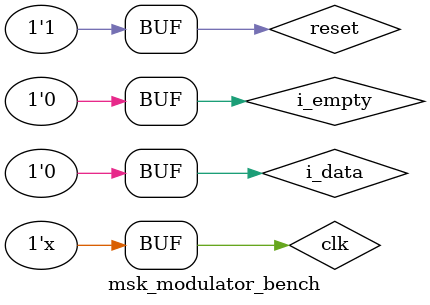
<source format=sv>
`timescale 1 ns/10 ps  // time-unit = 1 ns, precision = 10 ps


module msk_modulator_bench;
    
	
    

    logic clk=1'b1, reset, i_empty, i_data, o_ready, o_sinI, o_sinQ, o_sinI_four, o_sinQ_four;

    // duration for each bit = 20 * timescale = 20 * 1 ns  = 20ns
    localparam period = 20;  

    
	initial // initial block executes only once
		begin
			
			// values for a and b
			reset = 1'b1;
			i_empty = 1'bz;
			#period;
			reset = 1'b0 ;
			#(period*25); // wait for period 
			reset = 1'b1 ;
			//i_empty = 0;
			i_data = 1'bz;
			#(period*250);
			
			i_empty = 0;
			i_data = 0;
			#(period*25);

			i_data = 1;
			#(period*25);

			i_data = 1;
			#(period*25);

			i_data = 0;
			#(period*25);
		
			i_data = 1;
			#(period*25);

			i_data = 1;
			#(period*25);

			i_data = 1;
			#(period*25);
			reset = 1'b0 ;

			i_data = 0;
			#(period*25);
			reset = 1'b1 ;
			
			i_data = 0;
			#(period*25);
			
			i_data = 1;
			#(period*25);

			i_data = 0;
			#(period*25);
			
			i_data = 1;
			#(period*25);

			i_data = 1;
			#(period*25);
			
			
			i_data = 0;
			#(period*25);

			i_data = 1;
			#(period*25);

			i_data = 0;
			#(period*25);
			
			i_data = 0;
			#(period*25);

			i_data = 0;
			#(period*25);

			i_data = 0;
			#(period*25);
			
			i_data = 1;
			#(period*25);
			
			i_data = 0;
			#(period*25);

			i_data = 0;
			#(period*25);
			//reset = 1'b0 ;
			i_empty = 1;

			#(period*25);
			//reset = 1'b1;
			#(period*225);

			i_data = 1;
			#(period*25);
			
			
			i_data = 0;
			#(period*25);

			i_data = 1;
			#(period*25);

			i_data = 0;
			#(period*25);
			
			i_data = 0;
			#(period*25);

			i_data = 0;
			#(period*25);
			
			#(period*225);
			i_empty = 0;
			i_data = 0;
			#(period*25);

			i_data = 0;
			#(period*25);

			i_data = 1;
			#(period*25);

			i_data = 1;
			#(period*25);

			i_data = 0;
			#(period*25);
		
			i_data = 1;
			#(period*25);

			i_data = 1;
			#(period*25);

			i_data = 1;
			#(period*25);

			i_data = 0;
			#(period*25);
			
			i_data = 0;
			#(period*25);

			i_data = 0;
			#(period*25);
			
			
		end

		always begin
			#10 
			clk = !clk ;
		end	
	
		
	msk_modulator UUT (.clk(clk), .reset(reset), .i_empty(i_empty), .i_data(i_data), .o_ready(o_ready), .o_sinI(o_sinI), .o_sinQ(o_sinQ), .o_sinI_four(o_sinI_four), .o_sinQ_four(o_sinQ_four));
    
		
		
		
		
endmodule

</source>
